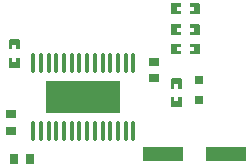
<source format=gtp>
G04 Layer: TopPasteMaskLayer*
G04 EasyEDA v6.5.42, 2024-05-25 08:47:02*
G04 c832b5f5d920414fa9447ed0a7611263,2865ae9118a24060a17af6d01c9bcc73,10*
G04 Gerber Generator version 0.2*
G04 Scale: 100 percent, Rotated: No, Reflected: No *
G04 Dimensions in millimeters *
G04 leading zeros omitted , absolute positions ,4 integer and 5 decimal *
%FSLAX45Y45*%
%MOMM*%

%AMMACRO1*21,1,$1,$2,0,0,$3*%
%ADD10O,0.3430016X1.7314926000000002*%
%ADD11MACRO1,2.7501X6.2001X90.0000*%
%ADD12R,0.8000X0.8000*%
%ADD13R,3.5000X1.2000*%
%ADD14R,0.9000X0.8000*%
%ADD15R,0.8000X0.9000*%

%LPD*%
G36*
X1103020Y-1234389D02*
G01*
X1097991Y-1239418D01*
X1097991Y-1319377D01*
X1103020Y-1324406D01*
X1125778Y-1324406D01*
X1125778Y-1287373D01*
X1158798Y-1287373D01*
X1158798Y-1324406D01*
X1182979Y-1324406D01*
X1188008Y-1319377D01*
X1188008Y-1239418D01*
X1182979Y-1234389D01*
G37*
G36*
X1103020Y-1394409D02*
G01*
X1097991Y-1399387D01*
X1097991Y-1478381D01*
X1103020Y-1483410D01*
X1182979Y-1483410D01*
X1188008Y-1478381D01*
X1188008Y-1399387D01*
X1182979Y-1394409D01*
X1158798Y-1394409D01*
X1158798Y-1432407D01*
X1125778Y-1432407D01*
X1125778Y-1394409D01*
G37*
G36*
X1099718Y-602691D02*
G01*
X1094689Y-607720D01*
X1094689Y-687679D01*
X1099718Y-692708D01*
X1179677Y-692708D01*
X1184706Y-687679D01*
X1184706Y-664921D01*
X1147724Y-664921D01*
X1147724Y-631901D01*
X1184706Y-631901D01*
X1184706Y-607720D01*
X1179677Y-602691D01*
G37*
G36*
X1259687Y-602691D02*
G01*
X1254709Y-607720D01*
X1254709Y-631901D01*
X1292707Y-631901D01*
X1292707Y-664921D01*
X1254709Y-664921D01*
X1254709Y-687679D01*
X1259687Y-692708D01*
X1338681Y-692708D01*
X1343710Y-687679D01*
X1343710Y-607720D01*
X1338681Y-602691D01*
G37*
G36*
X1099718Y-780491D02*
G01*
X1094689Y-785520D01*
X1094689Y-865479D01*
X1099718Y-870508D01*
X1179677Y-870508D01*
X1184706Y-865479D01*
X1184706Y-842721D01*
X1147724Y-842721D01*
X1147724Y-809701D01*
X1184706Y-809701D01*
X1184706Y-785520D01*
X1179677Y-780491D01*
G37*
G36*
X1259687Y-780491D02*
G01*
X1254709Y-785520D01*
X1254709Y-809701D01*
X1292707Y-809701D01*
X1292707Y-842721D01*
X1254709Y-842721D01*
X1254709Y-865479D01*
X1259687Y-870508D01*
X1338681Y-870508D01*
X1343710Y-865479D01*
X1343710Y-785520D01*
X1338681Y-780491D01*
G37*
G36*
X1099718Y-945591D02*
G01*
X1094689Y-950620D01*
X1094689Y-1030579D01*
X1099718Y-1035608D01*
X1179677Y-1035608D01*
X1184706Y-1030579D01*
X1184706Y-1007821D01*
X1147724Y-1007821D01*
X1147724Y-974801D01*
X1184706Y-974801D01*
X1184706Y-950620D01*
X1179677Y-945591D01*
G37*
G36*
X1259687Y-945591D02*
G01*
X1254709Y-950620D01*
X1254709Y-974801D01*
X1292707Y-974801D01*
X1292707Y-1007821D01*
X1254709Y-1007821D01*
X1254709Y-1030579D01*
X1259687Y-1035608D01*
X1338681Y-1035608D01*
X1343710Y-1030579D01*
X1343710Y-950620D01*
X1338681Y-945591D01*
G37*
G36*
X-268579Y-1063193D02*
G01*
X-273608Y-1068222D01*
X-273608Y-1148181D01*
X-268579Y-1153210D01*
X-188620Y-1153210D01*
X-183591Y-1148181D01*
X-183591Y-1068222D01*
X-188620Y-1063193D01*
X-211378Y-1063193D01*
X-211378Y-1100226D01*
X-244398Y-1100226D01*
X-244398Y-1063193D01*
G37*
G36*
X-268579Y-904189D02*
G01*
X-273608Y-909218D01*
X-273608Y-988212D01*
X-268579Y-993190D01*
X-244398Y-993190D01*
X-244398Y-955192D01*
X-211378Y-955192D01*
X-211378Y-993190D01*
X-188620Y-993190D01*
X-183591Y-988212D01*
X-183591Y-909218D01*
X-188620Y-904189D01*
G37*
D10*
G01*
X-66903Y-1683588D03*
G01*
X-1904Y-1683588D03*
G01*
X63093Y-1683588D03*
G01*
X128092Y-1683588D03*
G01*
X193090Y-1683588D03*
G01*
X258089Y-1683588D03*
G01*
X323113Y-1683588D03*
G01*
X388111Y-1683588D03*
G01*
X453110Y-1683588D03*
G01*
X518109Y-1683588D03*
G01*
X583107Y-1683588D03*
G01*
X648106Y-1683588D03*
G01*
X713104Y-1683588D03*
G01*
X778103Y-1683588D03*
G01*
X-66903Y-1110437D03*
G01*
X-1904Y-1110437D03*
G01*
X63093Y-1110437D03*
G01*
X128092Y-1110437D03*
G01*
X193090Y-1110437D03*
G01*
X258089Y-1110437D03*
G01*
X323113Y-1110437D03*
G01*
X388111Y-1110437D03*
G01*
X453110Y-1110437D03*
G01*
X518109Y-1110437D03*
G01*
X583107Y-1110437D03*
G01*
X648106Y-1110437D03*
G01*
X713104Y-1110437D03*
G01*
X778103Y-1110437D03*
D11*
G01*
X355600Y-1396987D03*
D12*
G01*
X1333500Y-1418589D03*
G01*
X1333500Y-1248410D03*
D13*
G01*
X1028395Y-1879600D03*
G01*
X1562404Y-1879600D03*
D14*
G01*
X-254000Y-1682902D03*
G01*
X-254000Y-1542897D03*
D15*
G01*
X-235102Y-1917700D03*
G01*
X-95097Y-1917700D03*
D14*
G01*
X952500Y-1098397D03*
G01*
X952500Y-1238402D03*
M02*

</source>
